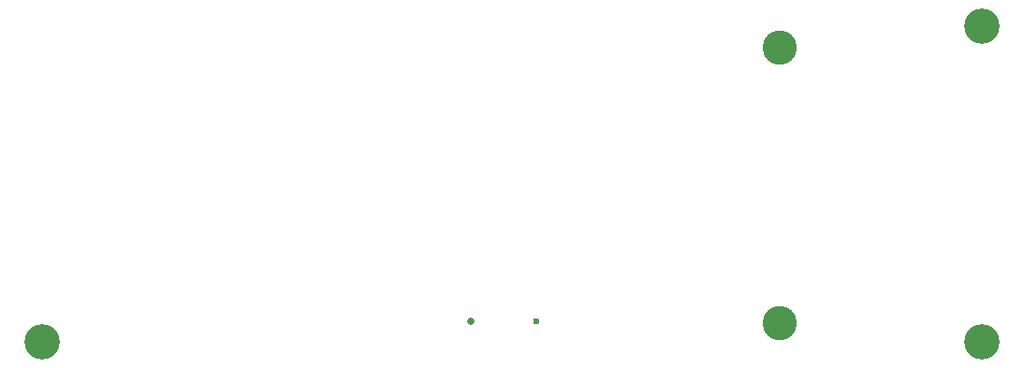
<source format=gbr>
%TF.GenerationSoftware,KiCad,Pcbnew,9.0.2+1*%
%TF.CreationDate,2025-07-26T18:57:23+01:00*%
%TF.ProjectId,Navigator,4e617669-6761-4746-9f72-2e6b69636164,rev?*%
%TF.SameCoordinates,Original*%
%TF.FileFunction,NonPlated,1,4,NPTH,Drill*%
%TF.FilePolarity,Positive*%
%FSLAX46Y46*%
G04 Gerber Fmt 4.6, Leading zero omitted, Abs format (unit mm)*
G04 Created by KiCad (PCBNEW 9.0.2+1) date 2025-07-26 18:57:23*
%MOMM*%
%LPD*%
G01*
G04 APERTURE LIST*
%TA.AperFunction,ComponentDrill*%
%ADD10C,0.600000*%
%TD*%
%TA.AperFunction,ComponentDrill*%
%ADD11C,0.630000*%
%TD*%
%TA.AperFunction,ComponentDrill*%
%ADD12C,3.100000*%
%TD*%
%TA.AperFunction,ComponentDrill*%
%ADD13C,3.200000*%
%TD*%
G04 APERTURE END LIST*
D10*
%TO.C,J5*%
X166544856Y-94948499D03*
D11*
X160544856Y-94948499D03*
D12*
%TO.C,DSUB1*%
X188520000Y-70159000D03*
X188520000Y-95149000D03*
D13*
%TO.C,H3*%
X121800000Y-96800000D03*
%TO.C,H2*%
X206800000Y-68200000D03*
%TO.C,H1*%
X206800000Y-96800000D03*
M02*

</source>
